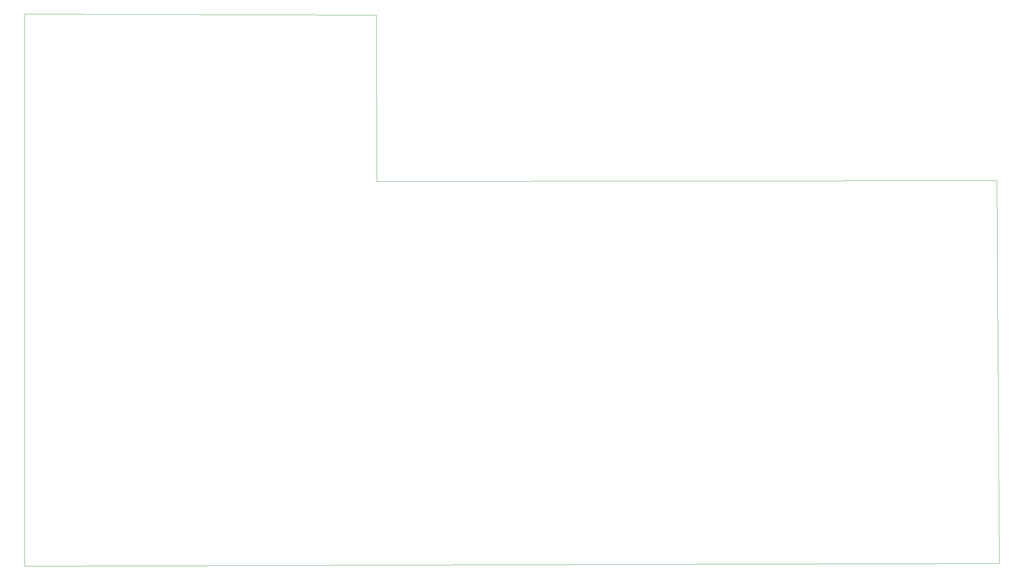
<source format=gbr>
%TF.GenerationSoftware,KiCad,Pcbnew,(6.0.0-0)*%
%TF.CreationDate,2022-06-17T23:46:41-04:00*%
%TF.ProjectId,justin-freetracing,6a757374-696e-42d6-9672-656574726163,rev?*%
%TF.SameCoordinates,Original*%
%TF.FileFunction,Profile,NP*%
%FSLAX46Y46*%
G04 Gerber Fmt 4.6, Leading zero omitted, Abs format (unit mm)*
G04 Created by KiCad (PCBNEW (6.0.0-0)) date 2022-06-17 23:46:41*
%MOMM*%
%LPD*%
G01*
G04 APERTURE LIST*
%TA.AperFunction,Profile*%
%ADD10C,0.100000*%
%TD*%
G04 APERTURE END LIST*
D10*
X96747013Y-86886154D02*
X247013180Y-86734871D01*
X247013180Y-86734871D02*
X247650000Y-179578000D01*
X247650000Y-179578000D02*
X11430000Y-180213000D01*
X11430000Y-180213000D02*
X11429742Y-46350524D01*
X11429742Y-46350524D02*
X96626575Y-46616807D01*
X96626575Y-46616807D02*
X96747013Y-86886154D01*
M02*

</source>
